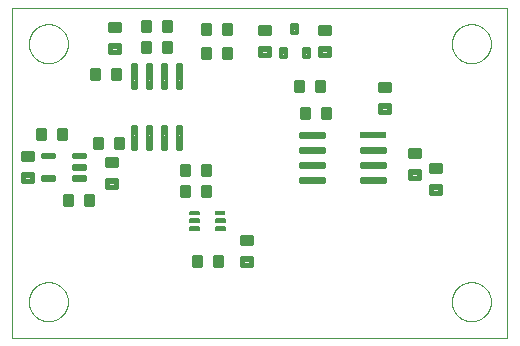
<source format=gbp>
G75*
%MOIN*%
%OFA0B0*%
%FSLAX25Y25*%
%IPPOS*%
%LPD*%
%AMOC8*
5,1,8,0,0,1.08239X$1,22.5*
%
%ADD10C,0.00000*%
%ADD11C,0.01063*%
%ADD12C,0.00974*%
%ADD13C,0.01744*%
%ADD14C,0.01395*%
%ADD15R,0.03543X0.01575*%
%ADD16C,0.00709*%
%ADD17R,0.09000X0.02362*%
D10*
X0089050Y0003800D02*
X0089050Y0113800D01*
X0254050Y0113800D01*
X0254050Y0003800D01*
X0089050Y0003800D01*
X0094550Y0015800D02*
X0094552Y0015961D01*
X0094558Y0016121D01*
X0094568Y0016282D01*
X0094582Y0016442D01*
X0094600Y0016602D01*
X0094621Y0016761D01*
X0094647Y0016920D01*
X0094677Y0017078D01*
X0094710Y0017235D01*
X0094748Y0017392D01*
X0094789Y0017547D01*
X0094834Y0017701D01*
X0094883Y0017854D01*
X0094936Y0018006D01*
X0094992Y0018157D01*
X0095053Y0018306D01*
X0095116Y0018454D01*
X0095184Y0018600D01*
X0095255Y0018744D01*
X0095329Y0018886D01*
X0095407Y0019027D01*
X0095489Y0019165D01*
X0095574Y0019302D01*
X0095662Y0019436D01*
X0095754Y0019568D01*
X0095849Y0019698D01*
X0095947Y0019826D01*
X0096048Y0019951D01*
X0096152Y0020073D01*
X0096259Y0020193D01*
X0096369Y0020310D01*
X0096482Y0020425D01*
X0096598Y0020536D01*
X0096717Y0020645D01*
X0096838Y0020750D01*
X0096962Y0020853D01*
X0097088Y0020953D01*
X0097216Y0021049D01*
X0097347Y0021142D01*
X0097481Y0021232D01*
X0097616Y0021319D01*
X0097754Y0021402D01*
X0097893Y0021482D01*
X0098035Y0021558D01*
X0098178Y0021631D01*
X0098323Y0021700D01*
X0098470Y0021766D01*
X0098618Y0021828D01*
X0098768Y0021886D01*
X0098919Y0021941D01*
X0099072Y0021992D01*
X0099226Y0022039D01*
X0099381Y0022082D01*
X0099537Y0022121D01*
X0099693Y0022157D01*
X0099851Y0022188D01*
X0100009Y0022216D01*
X0100168Y0022240D01*
X0100328Y0022260D01*
X0100488Y0022276D01*
X0100648Y0022288D01*
X0100809Y0022296D01*
X0100970Y0022300D01*
X0101130Y0022300D01*
X0101291Y0022296D01*
X0101452Y0022288D01*
X0101612Y0022276D01*
X0101772Y0022260D01*
X0101932Y0022240D01*
X0102091Y0022216D01*
X0102249Y0022188D01*
X0102407Y0022157D01*
X0102563Y0022121D01*
X0102719Y0022082D01*
X0102874Y0022039D01*
X0103028Y0021992D01*
X0103181Y0021941D01*
X0103332Y0021886D01*
X0103482Y0021828D01*
X0103630Y0021766D01*
X0103777Y0021700D01*
X0103922Y0021631D01*
X0104065Y0021558D01*
X0104207Y0021482D01*
X0104346Y0021402D01*
X0104484Y0021319D01*
X0104619Y0021232D01*
X0104753Y0021142D01*
X0104884Y0021049D01*
X0105012Y0020953D01*
X0105138Y0020853D01*
X0105262Y0020750D01*
X0105383Y0020645D01*
X0105502Y0020536D01*
X0105618Y0020425D01*
X0105731Y0020310D01*
X0105841Y0020193D01*
X0105948Y0020073D01*
X0106052Y0019951D01*
X0106153Y0019826D01*
X0106251Y0019698D01*
X0106346Y0019568D01*
X0106438Y0019436D01*
X0106526Y0019302D01*
X0106611Y0019165D01*
X0106693Y0019027D01*
X0106771Y0018886D01*
X0106845Y0018744D01*
X0106916Y0018600D01*
X0106984Y0018454D01*
X0107047Y0018306D01*
X0107108Y0018157D01*
X0107164Y0018006D01*
X0107217Y0017854D01*
X0107266Y0017701D01*
X0107311Y0017547D01*
X0107352Y0017392D01*
X0107390Y0017235D01*
X0107423Y0017078D01*
X0107453Y0016920D01*
X0107479Y0016761D01*
X0107500Y0016602D01*
X0107518Y0016442D01*
X0107532Y0016282D01*
X0107542Y0016121D01*
X0107548Y0015961D01*
X0107550Y0015800D01*
X0107548Y0015639D01*
X0107542Y0015479D01*
X0107532Y0015318D01*
X0107518Y0015158D01*
X0107500Y0014998D01*
X0107479Y0014839D01*
X0107453Y0014680D01*
X0107423Y0014522D01*
X0107390Y0014365D01*
X0107352Y0014208D01*
X0107311Y0014053D01*
X0107266Y0013899D01*
X0107217Y0013746D01*
X0107164Y0013594D01*
X0107108Y0013443D01*
X0107047Y0013294D01*
X0106984Y0013146D01*
X0106916Y0013000D01*
X0106845Y0012856D01*
X0106771Y0012714D01*
X0106693Y0012573D01*
X0106611Y0012435D01*
X0106526Y0012298D01*
X0106438Y0012164D01*
X0106346Y0012032D01*
X0106251Y0011902D01*
X0106153Y0011774D01*
X0106052Y0011649D01*
X0105948Y0011527D01*
X0105841Y0011407D01*
X0105731Y0011290D01*
X0105618Y0011175D01*
X0105502Y0011064D01*
X0105383Y0010955D01*
X0105262Y0010850D01*
X0105138Y0010747D01*
X0105012Y0010647D01*
X0104884Y0010551D01*
X0104753Y0010458D01*
X0104619Y0010368D01*
X0104484Y0010281D01*
X0104346Y0010198D01*
X0104207Y0010118D01*
X0104065Y0010042D01*
X0103922Y0009969D01*
X0103777Y0009900D01*
X0103630Y0009834D01*
X0103482Y0009772D01*
X0103332Y0009714D01*
X0103181Y0009659D01*
X0103028Y0009608D01*
X0102874Y0009561D01*
X0102719Y0009518D01*
X0102563Y0009479D01*
X0102407Y0009443D01*
X0102249Y0009412D01*
X0102091Y0009384D01*
X0101932Y0009360D01*
X0101772Y0009340D01*
X0101612Y0009324D01*
X0101452Y0009312D01*
X0101291Y0009304D01*
X0101130Y0009300D01*
X0100970Y0009300D01*
X0100809Y0009304D01*
X0100648Y0009312D01*
X0100488Y0009324D01*
X0100328Y0009340D01*
X0100168Y0009360D01*
X0100009Y0009384D01*
X0099851Y0009412D01*
X0099693Y0009443D01*
X0099537Y0009479D01*
X0099381Y0009518D01*
X0099226Y0009561D01*
X0099072Y0009608D01*
X0098919Y0009659D01*
X0098768Y0009714D01*
X0098618Y0009772D01*
X0098470Y0009834D01*
X0098323Y0009900D01*
X0098178Y0009969D01*
X0098035Y0010042D01*
X0097893Y0010118D01*
X0097754Y0010198D01*
X0097616Y0010281D01*
X0097481Y0010368D01*
X0097347Y0010458D01*
X0097216Y0010551D01*
X0097088Y0010647D01*
X0096962Y0010747D01*
X0096838Y0010850D01*
X0096717Y0010955D01*
X0096598Y0011064D01*
X0096482Y0011175D01*
X0096369Y0011290D01*
X0096259Y0011407D01*
X0096152Y0011527D01*
X0096048Y0011649D01*
X0095947Y0011774D01*
X0095849Y0011902D01*
X0095754Y0012032D01*
X0095662Y0012164D01*
X0095574Y0012298D01*
X0095489Y0012435D01*
X0095407Y0012573D01*
X0095329Y0012714D01*
X0095255Y0012856D01*
X0095184Y0013000D01*
X0095116Y0013146D01*
X0095053Y0013294D01*
X0094992Y0013443D01*
X0094936Y0013594D01*
X0094883Y0013746D01*
X0094834Y0013899D01*
X0094789Y0014053D01*
X0094748Y0014208D01*
X0094710Y0014365D01*
X0094677Y0014522D01*
X0094647Y0014680D01*
X0094621Y0014839D01*
X0094600Y0014998D01*
X0094582Y0015158D01*
X0094568Y0015318D01*
X0094558Y0015479D01*
X0094552Y0015639D01*
X0094550Y0015800D01*
X0235550Y0015800D02*
X0235552Y0015961D01*
X0235558Y0016121D01*
X0235568Y0016282D01*
X0235582Y0016442D01*
X0235600Y0016602D01*
X0235621Y0016761D01*
X0235647Y0016920D01*
X0235677Y0017078D01*
X0235710Y0017235D01*
X0235748Y0017392D01*
X0235789Y0017547D01*
X0235834Y0017701D01*
X0235883Y0017854D01*
X0235936Y0018006D01*
X0235992Y0018157D01*
X0236053Y0018306D01*
X0236116Y0018454D01*
X0236184Y0018600D01*
X0236255Y0018744D01*
X0236329Y0018886D01*
X0236407Y0019027D01*
X0236489Y0019165D01*
X0236574Y0019302D01*
X0236662Y0019436D01*
X0236754Y0019568D01*
X0236849Y0019698D01*
X0236947Y0019826D01*
X0237048Y0019951D01*
X0237152Y0020073D01*
X0237259Y0020193D01*
X0237369Y0020310D01*
X0237482Y0020425D01*
X0237598Y0020536D01*
X0237717Y0020645D01*
X0237838Y0020750D01*
X0237962Y0020853D01*
X0238088Y0020953D01*
X0238216Y0021049D01*
X0238347Y0021142D01*
X0238481Y0021232D01*
X0238616Y0021319D01*
X0238754Y0021402D01*
X0238893Y0021482D01*
X0239035Y0021558D01*
X0239178Y0021631D01*
X0239323Y0021700D01*
X0239470Y0021766D01*
X0239618Y0021828D01*
X0239768Y0021886D01*
X0239919Y0021941D01*
X0240072Y0021992D01*
X0240226Y0022039D01*
X0240381Y0022082D01*
X0240537Y0022121D01*
X0240693Y0022157D01*
X0240851Y0022188D01*
X0241009Y0022216D01*
X0241168Y0022240D01*
X0241328Y0022260D01*
X0241488Y0022276D01*
X0241648Y0022288D01*
X0241809Y0022296D01*
X0241970Y0022300D01*
X0242130Y0022300D01*
X0242291Y0022296D01*
X0242452Y0022288D01*
X0242612Y0022276D01*
X0242772Y0022260D01*
X0242932Y0022240D01*
X0243091Y0022216D01*
X0243249Y0022188D01*
X0243407Y0022157D01*
X0243563Y0022121D01*
X0243719Y0022082D01*
X0243874Y0022039D01*
X0244028Y0021992D01*
X0244181Y0021941D01*
X0244332Y0021886D01*
X0244482Y0021828D01*
X0244630Y0021766D01*
X0244777Y0021700D01*
X0244922Y0021631D01*
X0245065Y0021558D01*
X0245207Y0021482D01*
X0245346Y0021402D01*
X0245484Y0021319D01*
X0245619Y0021232D01*
X0245753Y0021142D01*
X0245884Y0021049D01*
X0246012Y0020953D01*
X0246138Y0020853D01*
X0246262Y0020750D01*
X0246383Y0020645D01*
X0246502Y0020536D01*
X0246618Y0020425D01*
X0246731Y0020310D01*
X0246841Y0020193D01*
X0246948Y0020073D01*
X0247052Y0019951D01*
X0247153Y0019826D01*
X0247251Y0019698D01*
X0247346Y0019568D01*
X0247438Y0019436D01*
X0247526Y0019302D01*
X0247611Y0019165D01*
X0247693Y0019027D01*
X0247771Y0018886D01*
X0247845Y0018744D01*
X0247916Y0018600D01*
X0247984Y0018454D01*
X0248047Y0018306D01*
X0248108Y0018157D01*
X0248164Y0018006D01*
X0248217Y0017854D01*
X0248266Y0017701D01*
X0248311Y0017547D01*
X0248352Y0017392D01*
X0248390Y0017235D01*
X0248423Y0017078D01*
X0248453Y0016920D01*
X0248479Y0016761D01*
X0248500Y0016602D01*
X0248518Y0016442D01*
X0248532Y0016282D01*
X0248542Y0016121D01*
X0248548Y0015961D01*
X0248550Y0015800D01*
X0248548Y0015639D01*
X0248542Y0015479D01*
X0248532Y0015318D01*
X0248518Y0015158D01*
X0248500Y0014998D01*
X0248479Y0014839D01*
X0248453Y0014680D01*
X0248423Y0014522D01*
X0248390Y0014365D01*
X0248352Y0014208D01*
X0248311Y0014053D01*
X0248266Y0013899D01*
X0248217Y0013746D01*
X0248164Y0013594D01*
X0248108Y0013443D01*
X0248047Y0013294D01*
X0247984Y0013146D01*
X0247916Y0013000D01*
X0247845Y0012856D01*
X0247771Y0012714D01*
X0247693Y0012573D01*
X0247611Y0012435D01*
X0247526Y0012298D01*
X0247438Y0012164D01*
X0247346Y0012032D01*
X0247251Y0011902D01*
X0247153Y0011774D01*
X0247052Y0011649D01*
X0246948Y0011527D01*
X0246841Y0011407D01*
X0246731Y0011290D01*
X0246618Y0011175D01*
X0246502Y0011064D01*
X0246383Y0010955D01*
X0246262Y0010850D01*
X0246138Y0010747D01*
X0246012Y0010647D01*
X0245884Y0010551D01*
X0245753Y0010458D01*
X0245619Y0010368D01*
X0245484Y0010281D01*
X0245346Y0010198D01*
X0245207Y0010118D01*
X0245065Y0010042D01*
X0244922Y0009969D01*
X0244777Y0009900D01*
X0244630Y0009834D01*
X0244482Y0009772D01*
X0244332Y0009714D01*
X0244181Y0009659D01*
X0244028Y0009608D01*
X0243874Y0009561D01*
X0243719Y0009518D01*
X0243563Y0009479D01*
X0243407Y0009443D01*
X0243249Y0009412D01*
X0243091Y0009384D01*
X0242932Y0009360D01*
X0242772Y0009340D01*
X0242612Y0009324D01*
X0242452Y0009312D01*
X0242291Y0009304D01*
X0242130Y0009300D01*
X0241970Y0009300D01*
X0241809Y0009304D01*
X0241648Y0009312D01*
X0241488Y0009324D01*
X0241328Y0009340D01*
X0241168Y0009360D01*
X0241009Y0009384D01*
X0240851Y0009412D01*
X0240693Y0009443D01*
X0240537Y0009479D01*
X0240381Y0009518D01*
X0240226Y0009561D01*
X0240072Y0009608D01*
X0239919Y0009659D01*
X0239768Y0009714D01*
X0239618Y0009772D01*
X0239470Y0009834D01*
X0239323Y0009900D01*
X0239178Y0009969D01*
X0239035Y0010042D01*
X0238893Y0010118D01*
X0238754Y0010198D01*
X0238616Y0010281D01*
X0238481Y0010368D01*
X0238347Y0010458D01*
X0238216Y0010551D01*
X0238088Y0010647D01*
X0237962Y0010747D01*
X0237838Y0010850D01*
X0237717Y0010955D01*
X0237598Y0011064D01*
X0237482Y0011175D01*
X0237369Y0011290D01*
X0237259Y0011407D01*
X0237152Y0011527D01*
X0237048Y0011649D01*
X0236947Y0011774D01*
X0236849Y0011902D01*
X0236754Y0012032D01*
X0236662Y0012164D01*
X0236574Y0012298D01*
X0236489Y0012435D01*
X0236407Y0012573D01*
X0236329Y0012714D01*
X0236255Y0012856D01*
X0236184Y0013000D01*
X0236116Y0013146D01*
X0236053Y0013294D01*
X0235992Y0013443D01*
X0235936Y0013594D01*
X0235883Y0013746D01*
X0235834Y0013899D01*
X0235789Y0014053D01*
X0235748Y0014208D01*
X0235710Y0014365D01*
X0235677Y0014522D01*
X0235647Y0014680D01*
X0235621Y0014839D01*
X0235600Y0014998D01*
X0235582Y0015158D01*
X0235568Y0015318D01*
X0235558Y0015479D01*
X0235552Y0015639D01*
X0235550Y0015800D01*
X0235550Y0101800D02*
X0235552Y0101961D01*
X0235558Y0102121D01*
X0235568Y0102282D01*
X0235582Y0102442D01*
X0235600Y0102602D01*
X0235621Y0102761D01*
X0235647Y0102920D01*
X0235677Y0103078D01*
X0235710Y0103235D01*
X0235748Y0103392D01*
X0235789Y0103547D01*
X0235834Y0103701D01*
X0235883Y0103854D01*
X0235936Y0104006D01*
X0235992Y0104157D01*
X0236053Y0104306D01*
X0236116Y0104454D01*
X0236184Y0104600D01*
X0236255Y0104744D01*
X0236329Y0104886D01*
X0236407Y0105027D01*
X0236489Y0105165D01*
X0236574Y0105302D01*
X0236662Y0105436D01*
X0236754Y0105568D01*
X0236849Y0105698D01*
X0236947Y0105826D01*
X0237048Y0105951D01*
X0237152Y0106073D01*
X0237259Y0106193D01*
X0237369Y0106310D01*
X0237482Y0106425D01*
X0237598Y0106536D01*
X0237717Y0106645D01*
X0237838Y0106750D01*
X0237962Y0106853D01*
X0238088Y0106953D01*
X0238216Y0107049D01*
X0238347Y0107142D01*
X0238481Y0107232D01*
X0238616Y0107319D01*
X0238754Y0107402D01*
X0238893Y0107482D01*
X0239035Y0107558D01*
X0239178Y0107631D01*
X0239323Y0107700D01*
X0239470Y0107766D01*
X0239618Y0107828D01*
X0239768Y0107886D01*
X0239919Y0107941D01*
X0240072Y0107992D01*
X0240226Y0108039D01*
X0240381Y0108082D01*
X0240537Y0108121D01*
X0240693Y0108157D01*
X0240851Y0108188D01*
X0241009Y0108216D01*
X0241168Y0108240D01*
X0241328Y0108260D01*
X0241488Y0108276D01*
X0241648Y0108288D01*
X0241809Y0108296D01*
X0241970Y0108300D01*
X0242130Y0108300D01*
X0242291Y0108296D01*
X0242452Y0108288D01*
X0242612Y0108276D01*
X0242772Y0108260D01*
X0242932Y0108240D01*
X0243091Y0108216D01*
X0243249Y0108188D01*
X0243407Y0108157D01*
X0243563Y0108121D01*
X0243719Y0108082D01*
X0243874Y0108039D01*
X0244028Y0107992D01*
X0244181Y0107941D01*
X0244332Y0107886D01*
X0244482Y0107828D01*
X0244630Y0107766D01*
X0244777Y0107700D01*
X0244922Y0107631D01*
X0245065Y0107558D01*
X0245207Y0107482D01*
X0245346Y0107402D01*
X0245484Y0107319D01*
X0245619Y0107232D01*
X0245753Y0107142D01*
X0245884Y0107049D01*
X0246012Y0106953D01*
X0246138Y0106853D01*
X0246262Y0106750D01*
X0246383Y0106645D01*
X0246502Y0106536D01*
X0246618Y0106425D01*
X0246731Y0106310D01*
X0246841Y0106193D01*
X0246948Y0106073D01*
X0247052Y0105951D01*
X0247153Y0105826D01*
X0247251Y0105698D01*
X0247346Y0105568D01*
X0247438Y0105436D01*
X0247526Y0105302D01*
X0247611Y0105165D01*
X0247693Y0105027D01*
X0247771Y0104886D01*
X0247845Y0104744D01*
X0247916Y0104600D01*
X0247984Y0104454D01*
X0248047Y0104306D01*
X0248108Y0104157D01*
X0248164Y0104006D01*
X0248217Y0103854D01*
X0248266Y0103701D01*
X0248311Y0103547D01*
X0248352Y0103392D01*
X0248390Y0103235D01*
X0248423Y0103078D01*
X0248453Y0102920D01*
X0248479Y0102761D01*
X0248500Y0102602D01*
X0248518Y0102442D01*
X0248532Y0102282D01*
X0248542Y0102121D01*
X0248548Y0101961D01*
X0248550Y0101800D01*
X0248548Y0101639D01*
X0248542Y0101479D01*
X0248532Y0101318D01*
X0248518Y0101158D01*
X0248500Y0100998D01*
X0248479Y0100839D01*
X0248453Y0100680D01*
X0248423Y0100522D01*
X0248390Y0100365D01*
X0248352Y0100208D01*
X0248311Y0100053D01*
X0248266Y0099899D01*
X0248217Y0099746D01*
X0248164Y0099594D01*
X0248108Y0099443D01*
X0248047Y0099294D01*
X0247984Y0099146D01*
X0247916Y0099000D01*
X0247845Y0098856D01*
X0247771Y0098714D01*
X0247693Y0098573D01*
X0247611Y0098435D01*
X0247526Y0098298D01*
X0247438Y0098164D01*
X0247346Y0098032D01*
X0247251Y0097902D01*
X0247153Y0097774D01*
X0247052Y0097649D01*
X0246948Y0097527D01*
X0246841Y0097407D01*
X0246731Y0097290D01*
X0246618Y0097175D01*
X0246502Y0097064D01*
X0246383Y0096955D01*
X0246262Y0096850D01*
X0246138Y0096747D01*
X0246012Y0096647D01*
X0245884Y0096551D01*
X0245753Y0096458D01*
X0245619Y0096368D01*
X0245484Y0096281D01*
X0245346Y0096198D01*
X0245207Y0096118D01*
X0245065Y0096042D01*
X0244922Y0095969D01*
X0244777Y0095900D01*
X0244630Y0095834D01*
X0244482Y0095772D01*
X0244332Y0095714D01*
X0244181Y0095659D01*
X0244028Y0095608D01*
X0243874Y0095561D01*
X0243719Y0095518D01*
X0243563Y0095479D01*
X0243407Y0095443D01*
X0243249Y0095412D01*
X0243091Y0095384D01*
X0242932Y0095360D01*
X0242772Y0095340D01*
X0242612Y0095324D01*
X0242452Y0095312D01*
X0242291Y0095304D01*
X0242130Y0095300D01*
X0241970Y0095300D01*
X0241809Y0095304D01*
X0241648Y0095312D01*
X0241488Y0095324D01*
X0241328Y0095340D01*
X0241168Y0095360D01*
X0241009Y0095384D01*
X0240851Y0095412D01*
X0240693Y0095443D01*
X0240537Y0095479D01*
X0240381Y0095518D01*
X0240226Y0095561D01*
X0240072Y0095608D01*
X0239919Y0095659D01*
X0239768Y0095714D01*
X0239618Y0095772D01*
X0239470Y0095834D01*
X0239323Y0095900D01*
X0239178Y0095969D01*
X0239035Y0096042D01*
X0238893Y0096118D01*
X0238754Y0096198D01*
X0238616Y0096281D01*
X0238481Y0096368D01*
X0238347Y0096458D01*
X0238216Y0096551D01*
X0238088Y0096647D01*
X0237962Y0096747D01*
X0237838Y0096850D01*
X0237717Y0096955D01*
X0237598Y0097064D01*
X0237482Y0097175D01*
X0237369Y0097290D01*
X0237259Y0097407D01*
X0237152Y0097527D01*
X0237048Y0097649D01*
X0236947Y0097774D01*
X0236849Y0097902D01*
X0236754Y0098032D01*
X0236662Y0098164D01*
X0236574Y0098298D01*
X0236489Y0098435D01*
X0236407Y0098573D01*
X0236329Y0098714D01*
X0236255Y0098856D01*
X0236184Y0099000D01*
X0236116Y0099146D01*
X0236053Y0099294D01*
X0235992Y0099443D01*
X0235936Y0099594D01*
X0235883Y0099746D01*
X0235834Y0099899D01*
X0235789Y0100053D01*
X0235748Y0100208D01*
X0235710Y0100365D01*
X0235677Y0100522D01*
X0235647Y0100680D01*
X0235621Y0100839D01*
X0235600Y0100998D01*
X0235582Y0101158D01*
X0235568Y0101318D01*
X0235558Y0101479D01*
X0235552Y0101639D01*
X0235550Y0101800D01*
X0094550Y0101800D02*
X0094552Y0101961D01*
X0094558Y0102121D01*
X0094568Y0102282D01*
X0094582Y0102442D01*
X0094600Y0102602D01*
X0094621Y0102761D01*
X0094647Y0102920D01*
X0094677Y0103078D01*
X0094710Y0103235D01*
X0094748Y0103392D01*
X0094789Y0103547D01*
X0094834Y0103701D01*
X0094883Y0103854D01*
X0094936Y0104006D01*
X0094992Y0104157D01*
X0095053Y0104306D01*
X0095116Y0104454D01*
X0095184Y0104600D01*
X0095255Y0104744D01*
X0095329Y0104886D01*
X0095407Y0105027D01*
X0095489Y0105165D01*
X0095574Y0105302D01*
X0095662Y0105436D01*
X0095754Y0105568D01*
X0095849Y0105698D01*
X0095947Y0105826D01*
X0096048Y0105951D01*
X0096152Y0106073D01*
X0096259Y0106193D01*
X0096369Y0106310D01*
X0096482Y0106425D01*
X0096598Y0106536D01*
X0096717Y0106645D01*
X0096838Y0106750D01*
X0096962Y0106853D01*
X0097088Y0106953D01*
X0097216Y0107049D01*
X0097347Y0107142D01*
X0097481Y0107232D01*
X0097616Y0107319D01*
X0097754Y0107402D01*
X0097893Y0107482D01*
X0098035Y0107558D01*
X0098178Y0107631D01*
X0098323Y0107700D01*
X0098470Y0107766D01*
X0098618Y0107828D01*
X0098768Y0107886D01*
X0098919Y0107941D01*
X0099072Y0107992D01*
X0099226Y0108039D01*
X0099381Y0108082D01*
X0099537Y0108121D01*
X0099693Y0108157D01*
X0099851Y0108188D01*
X0100009Y0108216D01*
X0100168Y0108240D01*
X0100328Y0108260D01*
X0100488Y0108276D01*
X0100648Y0108288D01*
X0100809Y0108296D01*
X0100970Y0108300D01*
X0101130Y0108300D01*
X0101291Y0108296D01*
X0101452Y0108288D01*
X0101612Y0108276D01*
X0101772Y0108260D01*
X0101932Y0108240D01*
X0102091Y0108216D01*
X0102249Y0108188D01*
X0102407Y0108157D01*
X0102563Y0108121D01*
X0102719Y0108082D01*
X0102874Y0108039D01*
X0103028Y0107992D01*
X0103181Y0107941D01*
X0103332Y0107886D01*
X0103482Y0107828D01*
X0103630Y0107766D01*
X0103777Y0107700D01*
X0103922Y0107631D01*
X0104065Y0107558D01*
X0104207Y0107482D01*
X0104346Y0107402D01*
X0104484Y0107319D01*
X0104619Y0107232D01*
X0104753Y0107142D01*
X0104884Y0107049D01*
X0105012Y0106953D01*
X0105138Y0106853D01*
X0105262Y0106750D01*
X0105383Y0106645D01*
X0105502Y0106536D01*
X0105618Y0106425D01*
X0105731Y0106310D01*
X0105841Y0106193D01*
X0105948Y0106073D01*
X0106052Y0105951D01*
X0106153Y0105826D01*
X0106251Y0105698D01*
X0106346Y0105568D01*
X0106438Y0105436D01*
X0106526Y0105302D01*
X0106611Y0105165D01*
X0106693Y0105027D01*
X0106771Y0104886D01*
X0106845Y0104744D01*
X0106916Y0104600D01*
X0106984Y0104454D01*
X0107047Y0104306D01*
X0107108Y0104157D01*
X0107164Y0104006D01*
X0107217Y0103854D01*
X0107266Y0103701D01*
X0107311Y0103547D01*
X0107352Y0103392D01*
X0107390Y0103235D01*
X0107423Y0103078D01*
X0107453Y0102920D01*
X0107479Y0102761D01*
X0107500Y0102602D01*
X0107518Y0102442D01*
X0107532Y0102282D01*
X0107542Y0102121D01*
X0107548Y0101961D01*
X0107550Y0101800D01*
X0107548Y0101639D01*
X0107542Y0101479D01*
X0107532Y0101318D01*
X0107518Y0101158D01*
X0107500Y0100998D01*
X0107479Y0100839D01*
X0107453Y0100680D01*
X0107423Y0100522D01*
X0107390Y0100365D01*
X0107352Y0100208D01*
X0107311Y0100053D01*
X0107266Y0099899D01*
X0107217Y0099746D01*
X0107164Y0099594D01*
X0107108Y0099443D01*
X0107047Y0099294D01*
X0106984Y0099146D01*
X0106916Y0099000D01*
X0106845Y0098856D01*
X0106771Y0098714D01*
X0106693Y0098573D01*
X0106611Y0098435D01*
X0106526Y0098298D01*
X0106438Y0098164D01*
X0106346Y0098032D01*
X0106251Y0097902D01*
X0106153Y0097774D01*
X0106052Y0097649D01*
X0105948Y0097527D01*
X0105841Y0097407D01*
X0105731Y0097290D01*
X0105618Y0097175D01*
X0105502Y0097064D01*
X0105383Y0096955D01*
X0105262Y0096850D01*
X0105138Y0096747D01*
X0105012Y0096647D01*
X0104884Y0096551D01*
X0104753Y0096458D01*
X0104619Y0096368D01*
X0104484Y0096281D01*
X0104346Y0096198D01*
X0104207Y0096118D01*
X0104065Y0096042D01*
X0103922Y0095969D01*
X0103777Y0095900D01*
X0103630Y0095834D01*
X0103482Y0095772D01*
X0103332Y0095714D01*
X0103181Y0095659D01*
X0103028Y0095608D01*
X0102874Y0095561D01*
X0102719Y0095518D01*
X0102563Y0095479D01*
X0102407Y0095443D01*
X0102249Y0095412D01*
X0102091Y0095384D01*
X0101932Y0095360D01*
X0101772Y0095340D01*
X0101612Y0095324D01*
X0101452Y0095312D01*
X0101291Y0095304D01*
X0101130Y0095300D01*
X0100970Y0095300D01*
X0100809Y0095304D01*
X0100648Y0095312D01*
X0100488Y0095324D01*
X0100328Y0095340D01*
X0100168Y0095360D01*
X0100009Y0095384D01*
X0099851Y0095412D01*
X0099693Y0095443D01*
X0099537Y0095479D01*
X0099381Y0095518D01*
X0099226Y0095561D01*
X0099072Y0095608D01*
X0098919Y0095659D01*
X0098768Y0095714D01*
X0098618Y0095772D01*
X0098470Y0095834D01*
X0098323Y0095900D01*
X0098178Y0095969D01*
X0098035Y0096042D01*
X0097893Y0096118D01*
X0097754Y0096198D01*
X0097616Y0096281D01*
X0097481Y0096368D01*
X0097347Y0096458D01*
X0097216Y0096551D01*
X0097088Y0096647D01*
X0096962Y0096747D01*
X0096838Y0096850D01*
X0096717Y0096955D01*
X0096598Y0097064D01*
X0096482Y0097175D01*
X0096369Y0097290D01*
X0096259Y0097407D01*
X0096152Y0097527D01*
X0096048Y0097649D01*
X0095947Y0097774D01*
X0095849Y0097902D01*
X0095754Y0098032D01*
X0095662Y0098164D01*
X0095574Y0098298D01*
X0095489Y0098435D01*
X0095407Y0098573D01*
X0095329Y0098714D01*
X0095255Y0098856D01*
X0095184Y0099000D01*
X0095116Y0099146D01*
X0095053Y0099294D01*
X0094992Y0099443D01*
X0094936Y0099594D01*
X0094883Y0099746D01*
X0094834Y0099899D01*
X0094789Y0100053D01*
X0094748Y0100208D01*
X0094710Y0100365D01*
X0094677Y0100522D01*
X0094647Y0100680D01*
X0094621Y0100839D01*
X0094600Y0100998D01*
X0094582Y0101158D01*
X0094568Y0101318D01*
X0094558Y0101479D01*
X0094552Y0101639D01*
X0094550Y0101800D01*
D11*
X0128900Y0095005D02*
X0130200Y0095005D01*
X0130200Y0087067D01*
X0128900Y0087067D01*
X0128900Y0095005D01*
X0128900Y0088129D02*
X0130200Y0088129D01*
X0130200Y0089191D02*
X0128900Y0089191D01*
X0128900Y0090253D02*
X0130200Y0090253D01*
X0130200Y0091315D02*
X0128900Y0091315D01*
X0128900Y0092377D02*
X0130200Y0092377D01*
X0130200Y0093439D02*
X0128900Y0093439D01*
X0128900Y0094501D02*
X0130200Y0094501D01*
X0133900Y0095005D02*
X0135200Y0095005D01*
X0135200Y0087067D01*
X0133900Y0087067D01*
X0133900Y0095005D01*
X0133900Y0088129D02*
X0135200Y0088129D01*
X0135200Y0089191D02*
X0133900Y0089191D01*
X0133900Y0090253D02*
X0135200Y0090253D01*
X0135200Y0091315D02*
X0133900Y0091315D01*
X0133900Y0092377D02*
X0135200Y0092377D01*
X0135200Y0093439D02*
X0133900Y0093439D01*
X0133900Y0094501D02*
X0135200Y0094501D01*
X0138900Y0095005D02*
X0140200Y0095005D01*
X0140200Y0087067D01*
X0138900Y0087067D01*
X0138900Y0095005D01*
X0138900Y0088129D02*
X0140200Y0088129D01*
X0140200Y0089191D02*
X0138900Y0089191D01*
X0138900Y0090253D02*
X0140200Y0090253D01*
X0140200Y0091315D02*
X0138900Y0091315D01*
X0138900Y0092377D02*
X0140200Y0092377D01*
X0140200Y0093439D02*
X0138900Y0093439D01*
X0138900Y0094501D02*
X0140200Y0094501D01*
X0143900Y0095005D02*
X0145200Y0095005D01*
X0145200Y0087067D01*
X0143900Y0087067D01*
X0143900Y0095005D01*
X0143900Y0088129D02*
X0145200Y0088129D01*
X0145200Y0089191D02*
X0143900Y0089191D01*
X0143900Y0090253D02*
X0145200Y0090253D01*
X0145200Y0091315D02*
X0143900Y0091315D01*
X0143900Y0092377D02*
X0145200Y0092377D01*
X0145200Y0093439D02*
X0143900Y0093439D01*
X0143900Y0094501D02*
X0145200Y0094501D01*
X0145200Y0074533D02*
X0143900Y0074533D01*
X0145200Y0074533D02*
X0145200Y0066595D01*
X0143900Y0066595D01*
X0143900Y0074533D01*
X0143900Y0067657D02*
X0145200Y0067657D01*
X0145200Y0068719D02*
X0143900Y0068719D01*
X0143900Y0069781D02*
X0145200Y0069781D01*
X0145200Y0070843D02*
X0143900Y0070843D01*
X0143900Y0071905D02*
X0145200Y0071905D01*
X0145200Y0072967D02*
X0143900Y0072967D01*
X0143900Y0074029D02*
X0145200Y0074029D01*
X0140200Y0074533D02*
X0138900Y0074533D01*
X0140200Y0074533D02*
X0140200Y0066595D01*
X0138900Y0066595D01*
X0138900Y0074533D01*
X0138900Y0067657D02*
X0140200Y0067657D01*
X0140200Y0068719D02*
X0138900Y0068719D01*
X0138900Y0069781D02*
X0140200Y0069781D01*
X0140200Y0070843D02*
X0138900Y0070843D01*
X0138900Y0071905D02*
X0140200Y0071905D01*
X0140200Y0072967D02*
X0138900Y0072967D01*
X0138900Y0074029D02*
X0140200Y0074029D01*
X0135200Y0074533D02*
X0133900Y0074533D01*
X0135200Y0074533D02*
X0135200Y0066595D01*
X0133900Y0066595D01*
X0133900Y0074533D01*
X0133900Y0067657D02*
X0135200Y0067657D01*
X0135200Y0068719D02*
X0133900Y0068719D01*
X0133900Y0069781D02*
X0135200Y0069781D01*
X0135200Y0070843D02*
X0133900Y0070843D01*
X0133900Y0071905D02*
X0135200Y0071905D01*
X0135200Y0072967D02*
X0133900Y0072967D01*
X0133900Y0074029D02*
X0135200Y0074029D01*
X0130200Y0074533D02*
X0128900Y0074533D01*
X0130200Y0074533D02*
X0130200Y0066595D01*
X0128900Y0066595D01*
X0128900Y0074533D01*
X0128900Y0067657D02*
X0130200Y0067657D01*
X0130200Y0068719D02*
X0128900Y0068719D01*
X0128900Y0069781D02*
X0130200Y0069781D01*
X0130200Y0070843D02*
X0128900Y0070843D01*
X0128900Y0071905D02*
X0130200Y0071905D01*
X0130200Y0072967D02*
X0128900Y0072967D01*
X0128900Y0074029D02*
X0130200Y0074029D01*
X0184845Y0071950D02*
X0184845Y0070650D01*
X0184845Y0071950D02*
X0192783Y0071950D01*
X0192783Y0070650D01*
X0184845Y0070650D01*
X0184845Y0071712D02*
X0192783Y0071712D01*
X0184845Y0066950D02*
X0184845Y0065650D01*
X0184845Y0066950D02*
X0192783Y0066950D01*
X0192783Y0065650D01*
X0184845Y0065650D01*
X0184845Y0066712D02*
X0192783Y0066712D01*
X0184845Y0061950D02*
X0184845Y0060650D01*
X0184845Y0061950D02*
X0192783Y0061950D01*
X0192783Y0060650D01*
X0184845Y0060650D01*
X0184845Y0061712D02*
X0192783Y0061712D01*
X0184845Y0056950D02*
X0184845Y0055650D01*
X0184845Y0056950D02*
X0192783Y0056950D01*
X0192783Y0055650D01*
X0184845Y0055650D01*
X0184845Y0056712D02*
X0192783Y0056712D01*
X0205317Y0056950D02*
X0205317Y0055650D01*
X0205317Y0056950D02*
X0213255Y0056950D01*
X0213255Y0055650D01*
X0205317Y0055650D01*
X0205317Y0056712D02*
X0213255Y0056712D01*
X0205317Y0060650D02*
X0205317Y0061950D01*
X0213255Y0061950D01*
X0213255Y0060650D01*
X0205317Y0060650D01*
X0205317Y0061712D02*
X0213255Y0061712D01*
X0205317Y0065650D02*
X0205317Y0066950D01*
X0213255Y0066950D01*
X0213255Y0065650D01*
X0205317Y0065650D01*
X0205317Y0066712D02*
X0213255Y0066712D01*
D12*
X0109155Y0065135D02*
X0109155Y0063945D01*
X0109155Y0065135D02*
X0113181Y0065135D01*
X0113181Y0063945D01*
X0109155Y0063945D01*
X0109155Y0064918D02*
X0113181Y0064918D01*
X0109155Y0061395D02*
X0109155Y0060205D01*
X0109155Y0061395D02*
X0113181Y0061395D01*
X0113181Y0060205D01*
X0109155Y0060205D01*
X0109155Y0061178D02*
X0113181Y0061178D01*
X0109155Y0057655D02*
X0109155Y0056465D01*
X0109155Y0057655D02*
X0113181Y0057655D01*
X0113181Y0056465D01*
X0109155Y0056465D01*
X0109155Y0057438D02*
X0113181Y0057438D01*
X0098919Y0057655D02*
X0098919Y0056465D01*
X0098919Y0057655D02*
X0102945Y0057655D01*
X0102945Y0056465D01*
X0098919Y0056465D01*
X0098919Y0057438D02*
X0102945Y0057438D01*
X0098919Y0063945D02*
X0098919Y0065135D01*
X0102945Y0065135D01*
X0102945Y0063945D01*
X0098919Y0063945D01*
X0098919Y0064918D02*
X0102945Y0064918D01*
D13*
X0095428Y0065408D02*
X0095428Y0063278D01*
X0092672Y0063278D01*
X0092672Y0065408D01*
X0095428Y0065408D01*
X0095428Y0065021D02*
X0092672Y0065021D01*
X0097442Y0070422D02*
X0099572Y0070422D01*
X0097442Y0070422D02*
X0097442Y0073178D01*
X0099572Y0073178D01*
X0099572Y0070422D01*
X0099572Y0072165D02*
X0097442Y0072165D01*
X0104528Y0070422D02*
X0106658Y0070422D01*
X0104528Y0070422D02*
X0104528Y0073178D01*
X0106658Y0073178D01*
X0106658Y0070422D01*
X0106658Y0072165D02*
X0104528Y0072165D01*
X0116442Y0067422D02*
X0118572Y0067422D01*
X0116442Y0067422D02*
X0116442Y0070178D01*
X0118572Y0070178D01*
X0118572Y0067422D01*
X0118572Y0069165D02*
X0116442Y0069165D01*
X0123528Y0067422D02*
X0125658Y0067422D01*
X0123528Y0067422D02*
X0123528Y0070178D01*
X0125658Y0070178D01*
X0125658Y0067422D01*
X0125658Y0069165D02*
X0123528Y0069165D01*
X0123428Y0063408D02*
X0123428Y0061278D01*
X0120672Y0061278D01*
X0120672Y0063408D01*
X0123428Y0063408D01*
X0123428Y0063021D02*
X0120672Y0063021D01*
X0123428Y0056322D02*
X0123428Y0054192D01*
X0120672Y0054192D01*
X0120672Y0056322D01*
X0123428Y0056322D01*
X0123428Y0055935D02*
X0120672Y0055935D01*
X0115658Y0051178D02*
X0113528Y0051178D01*
X0115658Y0051178D02*
X0115658Y0048422D01*
X0113528Y0048422D01*
X0113528Y0051178D01*
X0113528Y0050165D02*
X0115658Y0050165D01*
X0108572Y0051178D02*
X0106442Y0051178D01*
X0108572Y0051178D02*
X0108572Y0048422D01*
X0106442Y0048422D01*
X0106442Y0051178D01*
X0106442Y0050165D02*
X0108572Y0050165D01*
X0095428Y0056192D02*
X0095428Y0058322D01*
X0095428Y0056192D02*
X0092672Y0056192D01*
X0092672Y0058322D01*
X0095428Y0058322D01*
X0095428Y0057935D02*
X0092672Y0057935D01*
X0145442Y0061178D02*
X0147572Y0061178D01*
X0147572Y0058422D01*
X0145442Y0058422D01*
X0145442Y0061178D01*
X0145442Y0060165D02*
X0147572Y0060165D01*
X0152528Y0061178D02*
X0154658Y0061178D01*
X0154658Y0058422D01*
X0152528Y0058422D01*
X0152528Y0061178D01*
X0152528Y0060165D02*
X0154658Y0060165D01*
X0154658Y0054178D02*
X0152528Y0054178D01*
X0154658Y0054178D02*
X0154658Y0051422D01*
X0152528Y0051422D01*
X0152528Y0054178D01*
X0152528Y0053165D02*
X0154658Y0053165D01*
X0147572Y0054178D02*
X0145442Y0054178D01*
X0147572Y0054178D02*
X0147572Y0051422D01*
X0145442Y0051422D01*
X0145442Y0054178D01*
X0145442Y0053165D02*
X0147572Y0053165D01*
X0168428Y0037408D02*
X0168428Y0035278D01*
X0165672Y0035278D01*
X0165672Y0037408D01*
X0168428Y0037408D01*
X0168428Y0037021D02*
X0165672Y0037021D01*
X0168428Y0030322D02*
X0168428Y0028192D01*
X0165672Y0028192D01*
X0165672Y0030322D01*
X0168428Y0030322D01*
X0168428Y0029935D02*
X0165672Y0029935D01*
X0158658Y0027922D02*
X0156528Y0027922D01*
X0156528Y0030678D01*
X0158658Y0030678D01*
X0158658Y0027922D01*
X0158658Y0029665D02*
X0156528Y0029665D01*
X0151572Y0027922D02*
X0149442Y0027922D01*
X0149442Y0030678D01*
X0151572Y0030678D01*
X0151572Y0027922D01*
X0151572Y0029665D02*
X0149442Y0029665D01*
X0221672Y0057192D02*
X0221672Y0059322D01*
X0224428Y0059322D01*
X0224428Y0057192D01*
X0221672Y0057192D01*
X0221672Y0058935D02*
X0224428Y0058935D01*
X0228672Y0059278D02*
X0228672Y0061408D01*
X0231428Y0061408D01*
X0231428Y0059278D01*
X0228672Y0059278D01*
X0228672Y0061021D02*
X0231428Y0061021D01*
X0221672Y0064278D02*
X0221672Y0066408D01*
X0224428Y0066408D01*
X0224428Y0064278D01*
X0221672Y0064278D01*
X0221672Y0066021D02*
X0224428Y0066021D01*
X0228672Y0054322D02*
X0228672Y0052192D01*
X0228672Y0054322D02*
X0231428Y0054322D01*
X0231428Y0052192D01*
X0228672Y0052192D01*
X0228672Y0053935D02*
X0231428Y0053935D01*
X0194658Y0080178D02*
X0192528Y0080178D01*
X0194658Y0080178D02*
X0194658Y0077422D01*
X0192528Y0077422D01*
X0192528Y0080178D01*
X0192528Y0079165D02*
X0194658Y0079165D01*
X0187572Y0080178D02*
X0185442Y0080178D01*
X0187572Y0080178D02*
X0187572Y0077422D01*
X0185442Y0077422D01*
X0185442Y0080178D01*
X0185442Y0079165D02*
X0187572Y0079165D01*
X0185572Y0086422D02*
X0183442Y0086422D01*
X0183442Y0089178D01*
X0185572Y0089178D01*
X0185572Y0086422D01*
X0185572Y0088165D02*
X0183442Y0088165D01*
X0190528Y0086422D02*
X0192658Y0086422D01*
X0190528Y0086422D02*
X0190528Y0089178D01*
X0192658Y0089178D01*
X0192658Y0086422D01*
X0192658Y0088165D02*
X0190528Y0088165D01*
X0211672Y0088408D02*
X0211672Y0086278D01*
X0211672Y0088408D02*
X0214428Y0088408D01*
X0214428Y0086278D01*
X0211672Y0086278D01*
X0211672Y0088021D02*
X0214428Y0088021D01*
X0211672Y0081322D02*
X0211672Y0079192D01*
X0211672Y0081322D02*
X0214428Y0081322D01*
X0214428Y0079192D01*
X0211672Y0079192D01*
X0211672Y0080935D02*
X0214428Y0080935D01*
X0194428Y0098192D02*
X0194428Y0100322D01*
X0194428Y0098192D02*
X0191672Y0098192D01*
X0191672Y0100322D01*
X0194428Y0100322D01*
X0194428Y0099935D02*
X0191672Y0099935D01*
X0194428Y0105278D02*
X0194428Y0107408D01*
X0194428Y0105278D02*
X0191672Y0105278D01*
X0191672Y0107408D01*
X0194428Y0107408D01*
X0194428Y0107021D02*
X0191672Y0107021D01*
X0174428Y0107408D02*
X0174428Y0105278D01*
X0171672Y0105278D01*
X0171672Y0107408D01*
X0174428Y0107408D01*
X0174428Y0107021D02*
X0171672Y0107021D01*
X0161658Y0108178D02*
X0159528Y0108178D01*
X0161658Y0108178D02*
X0161658Y0105422D01*
X0159528Y0105422D01*
X0159528Y0108178D01*
X0159528Y0107165D02*
X0161658Y0107165D01*
X0154572Y0108178D02*
X0152442Y0108178D01*
X0154572Y0108178D02*
X0154572Y0105422D01*
X0152442Y0105422D01*
X0152442Y0108178D01*
X0152442Y0107165D02*
X0154572Y0107165D01*
X0141658Y0109178D02*
X0139528Y0109178D01*
X0141658Y0109178D02*
X0141658Y0106422D01*
X0139528Y0106422D01*
X0139528Y0109178D01*
X0139528Y0108165D02*
X0141658Y0108165D01*
X0134572Y0109178D02*
X0132442Y0109178D01*
X0134572Y0109178D02*
X0134572Y0106422D01*
X0132442Y0106422D01*
X0132442Y0109178D01*
X0132442Y0108165D02*
X0134572Y0108165D01*
X0121672Y0108408D02*
X0121672Y0106278D01*
X0121672Y0108408D02*
X0124428Y0108408D01*
X0124428Y0106278D01*
X0121672Y0106278D01*
X0121672Y0108021D02*
X0124428Y0108021D01*
X0121672Y0101322D02*
X0121672Y0099192D01*
X0121672Y0101322D02*
X0124428Y0101322D01*
X0124428Y0099192D01*
X0121672Y0099192D01*
X0121672Y0100935D02*
X0124428Y0100935D01*
X0132442Y0099422D02*
X0134572Y0099422D01*
X0132442Y0099422D02*
X0132442Y0102178D01*
X0134572Y0102178D01*
X0134572Y0099422D01*
X0134572Y0101165D02*
X0132442Y0101165D01*
X0139528Y0099422D02*
X0141658Y0099422D01*
X0139528Y0099422D02*
X0139528Y0102178D01*
X0141658Y0102178D01*
X0141658Y0099422D01*
X0141658Y0101165D02*
X0139528Y0101165D01*
X0152442Y0097422D02*
X0154572Y0097422D01*
X0152442Y0097422D02*
X0152442Y0100178D01*
X0154572Y0100178D01*
X0154572Y0097422D01*
X0154572Y0099165D02*
X0152442Y0099165D01*
X0159528Y0097422D02*
X0161658Y0097422D01*
X0159528Y0097422D02*
X0159528Y0100178D01*
X0161658Y0100178D01*
X0161658Y0097422D01*
X0161658Y0099165D02*
X0159528Y0099165D01*
X0174428Y0098192D02*
X0174428Y0100322D01*
X0174428Y0098192D02*
X0171672Y0098192D01*
X0171672Y0100322D01*
X0174428Y0100322D01*
X0174428Y0099935D02*
X0171672Y0099935D01*
X0124658Y0093178D02*
X0122528Y0093178D01*
X0124658Y0093178D02*
X0124658Y0090422D01*
X0122528Y0090422D01*
X0122528Y0093178D01*
X0122528Y0092165D02*
X0124658Y0092165D01*
X0117572Y0093178D02*
X0115442Y0093178D01*
X0117572Y0093178D02*
X0117572Y0090422D01*
X0115442Y0090422D01*
X0115442Y0093178D01*
X0115442Y0092165D02*
X0117572Y0092165D01*
D14*
X0178497Y0097497D02*
X0180203Y0097497D01*
X0178497Y0097497D02*
X0178497Y0100103D01*
X0180203Y0100103D01*
X0180203Y0097497D01*
X0180203Y0098891D02*
X0178497Y0098891D01*
X0186097Y0097497D02*
X0187803Y0097497D01*
X0186097Y0097497D02*
X0186097Y0100103D01*
X0187803Y0100103D01*
X0187803Y0097497D01*
X0187803Y0098891D02*
X0186097Y0098891D01*
X0184003Y0105497D02*
X0182297Y0105497D01*
X0182297Y0108103D01*
X0184003Y0108103D01*
X0184003Y0105497D01*
X0184003Y0106891D02*
X0182297Y0106891D01*
D15*
X0158381Y0045359D03*
D16*
X0156964Y0043233D02*
X0156964Y0042367D01*
X0156964Y0043233D02*
X0159798Y0043233D01*
X0159798Y0042367D01*
X0156964Y0042367D01*
X0156964Y0043075D02*
X0159798Y0043075D01*
X0156964Y0040674D02*
X0156964Y0039808D01*
X0156964Y0040674D02*
X0159798Y0040674D01*
X0159798Y0039808D01*
X0156964Y0039808D01*
X0156964Y0040516D02*
X0159798Y0040516D01*
X0148302Y0040674D02*
X0148302Y0039808D01*
X0148302Y0040674D02*
X0151136Y0040674D01*
X0151136Y0039808D01*
X0148302Y0039808D01*
X0148302Y0040516D02*
X0151136Y0040516D01*
X0148302Y0042367D02*
X0148302Y0043233D01*
X0151136Y0043233D01*
X0151136Y0042367D01*
X0148302Y0042367D01*
X0148302Y0043075D02*
X0151136Y0043075D01*
X0148302Y0044926D02*
X0148302Y0045792D01*
X0151136Y0045792D01*
X0151136Y0044926D01*
X0148302Y0044926D01*
X0148302Y0045634D02*
X0151136Y0045634D01*
D17*
X0209286Y0071300D03*
M02*

</source>
